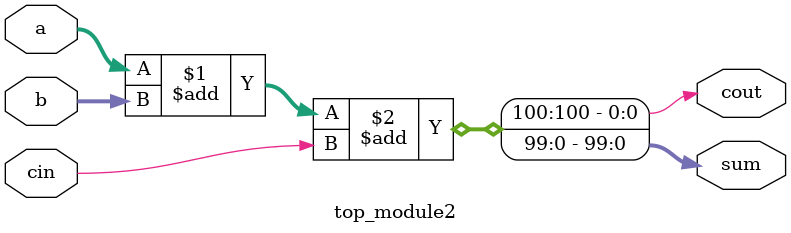
<source format=sv>
module top_module( 
    input [99:0] a, b,
    input cin,
    output cout,
    output [99:0] sum );
    wire [100:0] total;
    assign total = a[99:0] + b[99:0] + cin;
    assign cout = total[100];
    assign sum = total[99:0];

endmodule


module top_module2 (
	input [99:0] a,
	input [99:0] b,
	input cin,
	output cout,
	output [99:0] sum
);

	// The concatenation {cout, sum} is a 101-bit vector.
	assign {cout, sum} = a+b+cin;

endmodule
</source>
